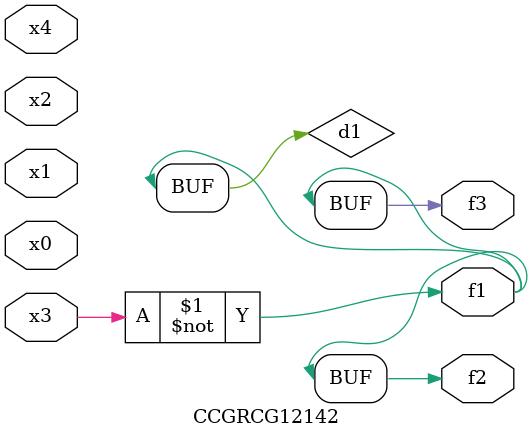
<source format=v>
module CCGRCG12142(
	input x0, x1, x2, x3, x4,
	output f1, f2, f3
);

	wire d1, d2;

	xnor (d1, x3);
	not (d2, x1);
	assign f1 = d1;
	assign f2 = d1;
	assign f3 = d1;
endmodule

</source>
